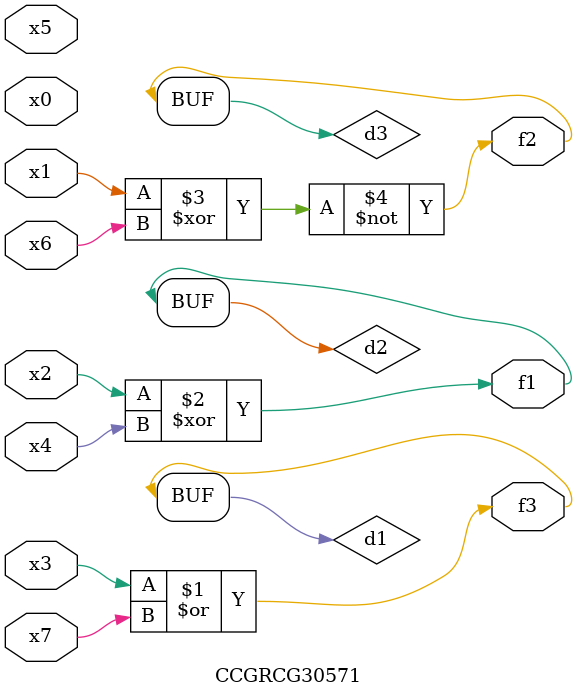
<source format=v>
module CCGRCG30571(
	input x0, x1, x2, x3, x4, x5, x6, x7,
	output f1, f2, f3
);

	wire d1, d2, d3;

	or (d1, x3, x7);
	xor (d2, x2, x4);
	xnor (d3, x1, x6);
	assign f1 = d2;
	assign f2 = d3;
	assign f3 = d1;
endmodule

</source>
